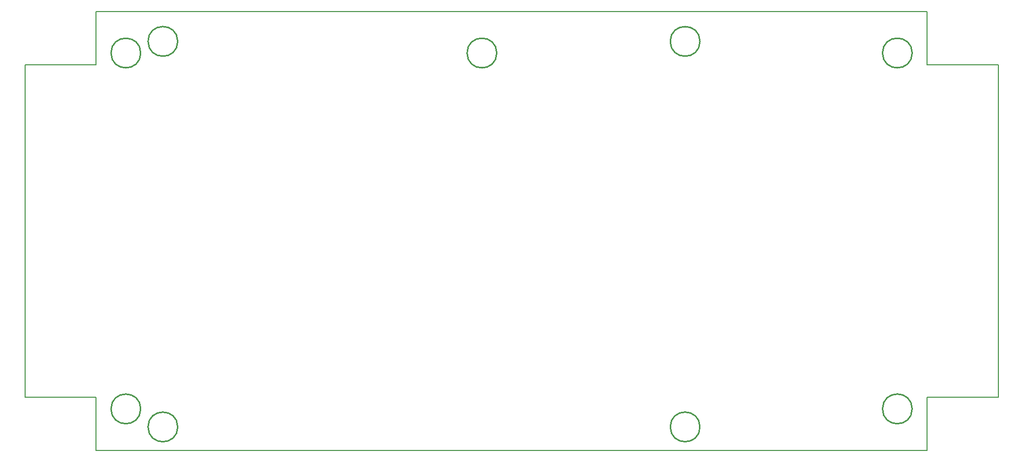
<source format=gko>
%FSLAX43Y43*%
%MOMM*%
G71*
G01*
G75*
G04 Layer_Color=16711935*
%ADD10C,0.348*%
%ADD11C,0.599*%
%ADD12C,0.350*%
%ADD13C,0.600*%
%ADD14C,2.000*%
%ADD15C,2.500*%
%ADD16C,1.800*%
%ADD17R,1.800X1.800*%
%ADD18C,3.000*%
%ADD19R,1.700X1.700*%
%ADD20C,1.700*%
%ADD21C,1.600*%
%ADD22R,1.900X1.900*%
%ADD23C,1.900*%
%ADD24R,1.700X1.700*%
%ADD25R,1.800X1.800*%
%ADD26R,2.000X2.000*%
%ADD27C,1.500*%
%ADD28C,1.400*%
%ADD29C,1.575*%
%ADD30C,1.100*%
%ADD31C,1.100*%
%ADD32R,1.600X1.300*%
%ADD33R,1.300X1.600*%
%ADD34R,1.600X1.200*%
%ADD35O,0.750X2.500*%
%ADD36R,0.750X2.500*%
%ADD37O,2.500X0.750*%
%ADD38R,2.500X0.750*%
%ADD39R,0.500X1.500*%
%ADD40R,1.500X0.500*%
%ADD41O,0.500X1.500*%
%ADD42O,2.000X0.750*%
%ADD43R,2.000X0.750*%
%ADD44C,0.381*%
%ADD45C,0.500*%
%ADD46C,0.254*%
%ADD47C,0.127*%
%ADD48C,0.420*%
%ADD49C,2.203*%
%ADD50C,2.703*%
%ADD51C,2.003*%
%ADD52R,2.003X2.003*%
%ADD53C,3.203*%
%ADD54R,1.903X1.903*%
%ADD55C,1.903*%
%ADD56C,1.803*%
%ADD57R,2.103X2.103*%
%ADD58C,2.103*%
%ADD59R,1.903X1.903*%
%ADD60R,2.003X2.003*%
%ADD61R,2.203X2.203*%
%ADD62C,1.703*%
%ADD63C,1.603*%
%ADD64C,1.778*%
%ADD65R,1.803X1.503*%
%ADD66R,1.503X1.803*%
%ADD67R,1.803X1.403*%
%ADD68O,0.953X2.703*%
%ADD69R,0.953X2.703*%
%ADD70O,2.703X0.953*%
%ADD71R,2.703X0.953*%
%ADD72R,0.703X1.703*%
%ADD73R,1.703X0.703*%
%ADD74O,0.703X1.703*%
%ADD75O,2.203X0.953*%
%ADD76R,2.203X0.953*%
%ADD77C,0.200*%
%ADD78C,0.305*%
%ADD79C,0.380*%
D46*
X8740Y-3040D02*
G03*
X8740Y-3040I-2500J0D01*
G01*
X96740D02*
G03*
X96740Y-3040I-2500J0D01*
G01*
X8740Y61960D02*
G03*
X8740Y61960I-2500J0D01*
G01*
X96740D02*
G03*
X96740Y61960I-2500J0D01*
G01*
X2500Y0D02*
G03*
X2500Y0I-2500J0D01*
G01*
Y60000D02*
G03*
X2500Y60000I-2500J0D01*
G01*
X132500D02*
G03*
X132500Y60000I-2500J0D01*
G01*
Y0D02*
G03*
X132500Y0I-2500J0D01*
G01*
X62500Y60000D02*
G03*
X62500Y60000I-2500J0D01*
G01*
D77*
X-17000Y2000D02*
X-5000D01*
Y58000D02*
Y67000D01*
X-17000Y58000D02*
X-5000D01*
X-17000Y2000D02*
Y58000D01*
X-5000Y-7000D02*
Y2000D01*
Y-7000D02*
X135000D01*
Y2000D01*
X147000D01*
Y58000D01*
X135000D02*
X147000D01*
X135000D02*
Y67000D01*
X-5000D02*
X135000D01*
M02*

</source>
